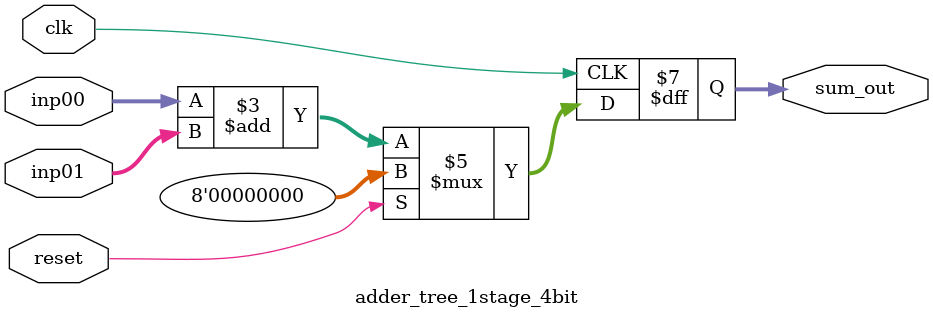
<source format=v>
module adder_tree_1stage_4bit(clk,reset,inp00,inp01,sum_out); 

input clk; 
input reset; 
input [3:0] inp00; 
input [3:0] inp01;
output reg [7:0] sum_out; 

always@(posedge clk) begin 

  if (reset == 1'b1) begin 
    sum_out <= 8'd0; 
  end
  else begin 
    sum_out <= inp00 + inp01; 
  end

end 

endmodule

</source>
